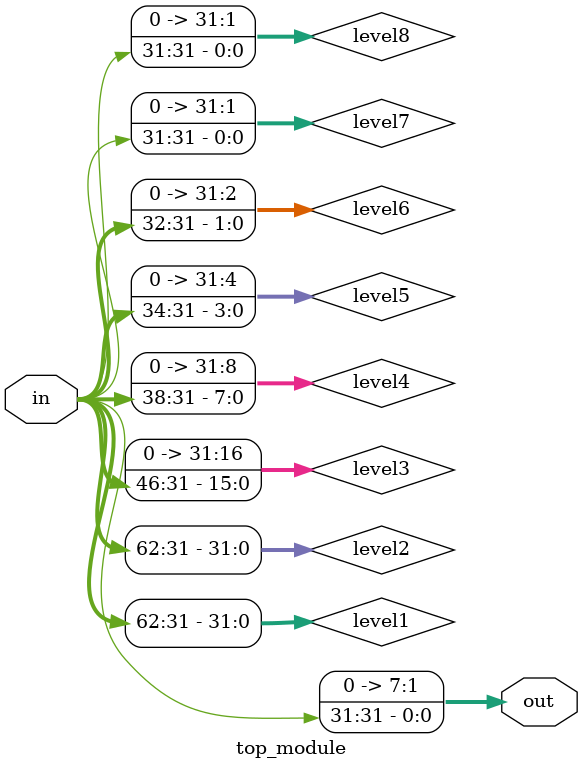
<source format=sv>
module top_module (
    input [254:0] in,
    output reg [7:0] out
);

// Population count using a binary tree approach
wire [31:0] level1, level2, level3, level4, level5, level6, level7, level8;

// Level 1
assign level1 = {in[254:248], in[247:241], in[240:234], in[233:227], in[226:220], in[219:213], in[212:206], in[205:199],
                in[198:192], in[191:185], in[184:178], in[177:171], in[170:164], in[163:157], in[156:150], in[149:143],
                in[142:136], in[135:129], in[128:122], in[121:115], in[114:108], in[107:101], in[100:94], in[93:87],
                in[86:80], in[79:73], in[72:66], in[65:59], in[58:52], in[51:45], in[44:38], in[37:31]};

// Level 2
assign level2 = {level1[31:30], level1[29:28], level1[27:26], level1[25:24], level1[23:22], level1[21:20], level1[19:18], level1[17:16],
                level1[15:14], level1[13:12], level1[11:10], level1[9:8], level1[7:6], level1[5:4], level1[3:2], level1[1:0]};

// Level 3
assign level3 = {level2[15:14], level2[13:12], level2[11:10], level2[9:8], level2[7:6], level2[5:4], level2[3:2], level2[1:0]};

// Level 4
assign level4 = {level3[7:6], level3[5:4], level3[3:2], level3[1:0]};

// Level 5
assign level5 = {level4[3:2], level4[1:0]};

// Level 6
assign level6 = {level5[1:0]};

// Level 7
assign level7 = {level6[0]};

// Level 8
assign level8 = {level7[0]};

// Output
always @* begin
    out = level8[7:0];
end

endmodule

</source>
